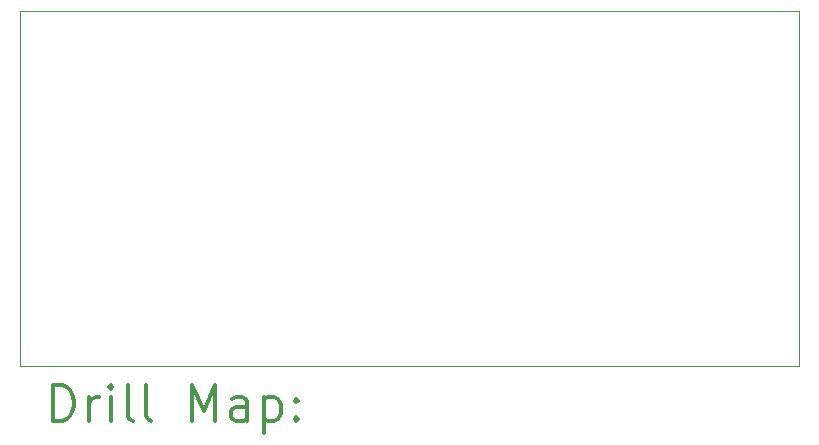
<source format=gbr>
%FSLAX45Y45*%
G04 Gerber Fmt 4.5, Leading zero omitted, Abs format (unit mm)*
G04 Created by KiCad (PCBNEW 5.1.10-88a1d61d58~90~ubuntu21.04.1) date 2021-09-19 17:31:34*
%MOMM*%
%LPD*%
G01*
G04 APERTURE LIST*
%TA.AperFunction,Profile*%
%ADD10C,0.050000*%
%TD*%
%ADD11C,0.200000*%
%ADD12C,0.300000*%
G04 APERTURE END LIST*
D10*
X10000000Y-10000000D02*
X10000000Y-13000000D01*
X10000000Y-10000000D02*
X16600000Y-10000000D01*
X16600000Y-13000000D02*
X16600000Y-10000000D01*
X10000000Y-13000000D02*
X16600000Y-13000000D01*
D11*
D12*
X10283928Y-13468214D02*
X10283928Y-13168214D01*
X10355357Y-13168214D01*
X10398214Y-13182500D01*
X10426786Y-13211071D01*
X10441071Y-13239643D01*
X10455357Y-13296786D01*
X10455357Y-13339643D01*
X10441071Y-13396786D01*
X10426786Y-13425357D01*
X10398214Y-13453929D01*
X10355357Y-13468214D01*
X10283928Y-13468214D01*
X10583928Y-13468214D02*
X10583928Y-13268214D01*
X10583928Y-13325357D02*
X10598214Y-13296786D01*
X10612500Y-13282500D01*
X10641071Y-13268214D01*
X10669643Y-13268214D01*
X10769643Y-13468214D02*
X10769643Y-13268214D01*
X10769643Y-13168214D02*
X10755357Y-13182500D01*
X10769643Y-13196786D01*
X10783928Y-13182500D01*
X10769643Y-13168214D01*
X10769643Y-13196786D01*
X10955357Y-13468214D02*
X10926786Y-13453929D01*
X10912500Y-13425357D01*
X10912500Y-13168214D01*
X11112500Y-13468214D02*
X11083928Y-13453929D01*
X11069643Y-13425357D01*
X11069643Y-13168214D01*
X11455357Y-13468214D02*
X11455357Y-13168214D01*
X11555357Y-13382500D01*
X11655357Y-13168214D01*
X11655357Y-13468214D01*
X11926786Y-13468214D02*
X11926786Y-13311071D01*
X11912500Y-13282500D01*
X11883928Y-13268214D01*
X11826786Y-13268214D01*
X11798214Y-13282500D01*
X11926786Y-13453929D02*
X11898214Y-13468214D01*
X11826786Y-13468214D01*
X11798214Y-13453929D01*
X11783928Y-13425357D01*
X11783928Y-13396786D01*
X11798214Y-13368214D01*
X11826786Y-13353929D01*
X11898214Y-13353929D01*
X11926786Y-13339643D01*
X12069643Y-13268214D02*
X12069643Y-13568214D01*
X12069643Y-13282500D02*
X12098214Y-13268214D01*
X12155357Y-13268214D01*
X12183928Y-13282500D01*
X12198214Y-13296786D01*
X12212500Y-13325357D01*
X12212500Y-13411071D01*
X12198214Y-13439643D01*
X12183928Y-13453929D01*
X12155357Y-13468214D01*
X12098214Y-13468214D01*
X12069643Y-13453929D01*
X12341071Y-13439643D02*
X12355357Y-13453929D01*
X12341071Y-13468214D01*
X12326786Y-13453929D01*
X12341071Y-13439643D01*
X12341071Y-13468214D01*
X12341071Y-13282500D02*
X12355357Y-13296786D01*
X12341071Y-13311071D01*
X12326786Y-13296786D01*
X12341071Y-13282500D01*
X12341071Y-13311071D01*
M02*

</source>
